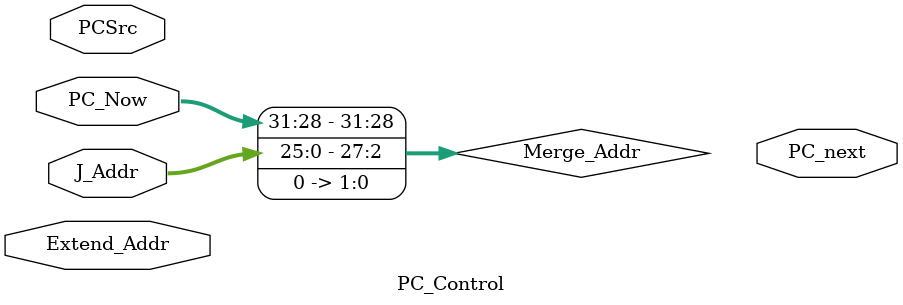
<source format=v>
`timescale 1ns / 1ps


module PC_Control(
    input [31:0] PC_Now,
    input [25:0] J_Addr,
    input [31:0] Extend_Addr,
    input [1:0] PCSrc,
    output [31:0] PC_next
    );
    wire[31:0] Output1,Output2;
    wire[31:0] PC4;
    wire[31:0] Merge_Addr;
    assign PC4 = PC_Now+'b100;
    assign Output2=PC4+(Extend_Addr<<2);
    assign Merge_Addr={PC_Now[31:28],J_Addr,1'b0,1'b0};
    Select_32 Selector(.Opt(PCSrc[0]),.DataA(PC4),.DataB(output2),.DataC(output1));
    assign PC_Next=(PCSrc[1]==1'b0 ? Output1 : Merge_Addr);
endmodule

</source>
